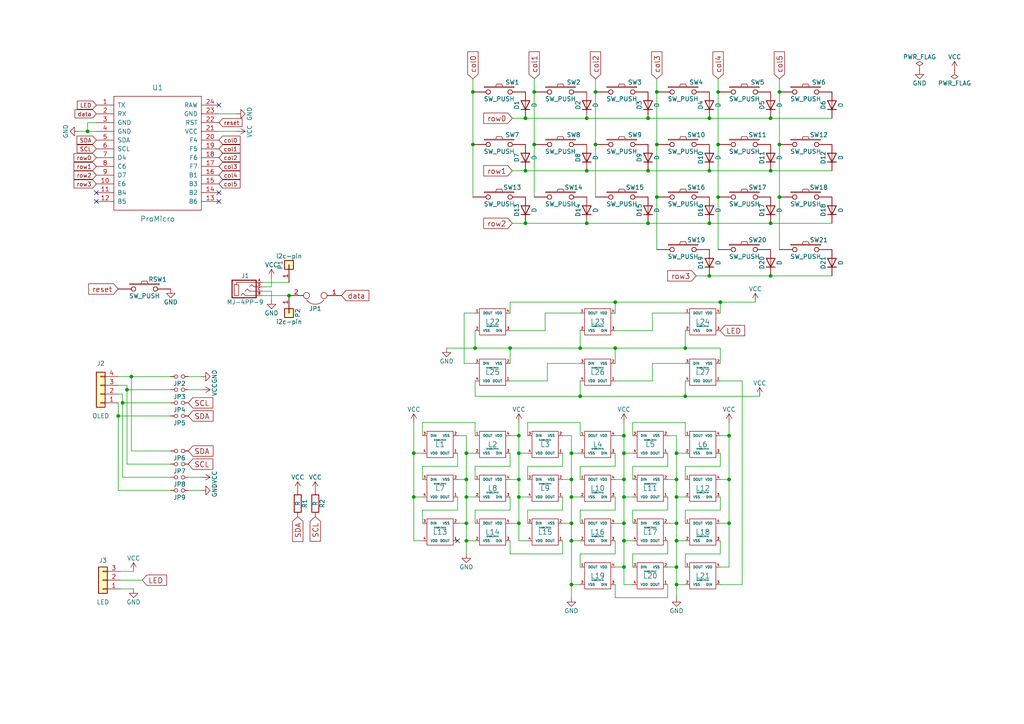
<source format=kicad_sch>
(kicad_sch (version 20211123) (generator eeschema)
  (paper "A4")
  (title_block (title "Corne Chocolate") (date "2018-11-16") (rev "2.0") (company "foostan"))
  (junction (at 205.74 34.29))
  (junction (at 165.735 144.145))
  (junction (at 120.015 144.145))
  (junction (at 170.18 64.77))
  (junction (at 205.74 80.01))
  (junction (at 226.06 26.67))
  (junction (at 196.215 169.545))
  (junction (at 211.455 139.065))
  (junction (at 36.83 113.03))
  (junction (at 172.72 26.67))
  (junction (at 25.4 38.1))
  (junction (at 208.28 26.67))
  (junction (at 154.94 41.91))
  (junction (at 198.755 114.935))
  (junction (at 198.755 100.965))
  (junction (at 211.455 151.765))
  (junction (at 152.4 34.29))
  (junction (at 35.56 116.84))
  (junction (at 196.215 131.445))
  (junction (at 180.975 144.145))
  (junction (at 165.735 169.545))
  (junction (at 150.495 144.145))
  (junction (at 196.215 151.765))
  (junction (at 178.435 87.63))
  (junction (at 208.28 57.15))
  (junction (at 180.975 139.065))
  (junction (at 152.4 64.77))
  (junction (at 165.735 139.065))
  (junction (at 135.255 151.765))
  (junction (at 150.495 139.065))
  (junction (at 120.015 131.445))
  (junction (at 135.255 144.145))
  (junction (at 150.495 151.765))
  (junction (at 135.255 156.845))
  (junction (at 208.28 41.91))
  (junction (at 168.275 100.965))
  (junction (at 137.16 41.91))
  (junction (at 187.96 49.53))
  (junction (at 226.06 57.15))
  (junction (at 180.975 156.845))
  (junction (at 135.255 139.065))
  (junction (at 196.215 164.465))
  (junction (at 187.96 34.29))
  (junction (at 190.5 26.67))
  (junction (at 165.735 131.445))
  (junction (at 190.5 57.15))
  (junction (at 211.455 126.365))
  (junction (at 137.16 26.67))
  (junction (at 147.955 100.965))
  (junction (at 152.4 49.53))
  (junction (at 196.215 156.845))
  (junction (at 168.275 114.935))
  (junction (at 180.975 131.445))
  (junction (at 34.29 120.65))
  (junction (at 165.735 151.765))
  (junction (at 223.52 49.53))
  (junction (at 165.735 156.845))
  (junction (at 196.215 139.065))
  (junction (at 223.52 80.01))
  (junction (at 170.18 49.53))
  (junction (at 223.52 34.29))
  (junction (at 38.1 109.22))
  (junction (at 180.975 151.765))
  (junction (at 205.74 64.77))
  (junction (at 137.795 100.965))
  (junction (at 154.94 26.67))
  (junction (at 187.96 64.77))
  (junction (at 170.18 34.29))
  (junction (at 196.215 144.145))
  (junction (at 226.06 41.91))
  (junction (at 150.495 131.445))
  (junction (at 208.915 87.63))
  (junction (at 223.52 64.77))
  (junction (at 190.5 41.91))
  (junction (at 180.975 126.365))
  (junction (at 135.255 131.445))
  (junction (at 83.82 85.725))
  (junction (at 178.435 100.965))
  (junction (at 205.74 49.53))
  (junction (at 150.495 126.365))
  (junction (at 180.975 164.465))
  (junction (at 172.72 41.91))
  (no_connect (at 27.94 55.88))
  (no_connect (at 63.5 30.48))
  (no_connect (at 132.715 156.845))
  (no_connect (at 27.94 58.42))
  (no_connect (at 63.5 58.42))
  (no_connect (at 63.5 55.88))
  (wire (pts (xy 190.5 41.91) (xy 190.5 57.15)))
  (wire (pts (xy 183.515 151.765) (xy 183.515 147.955)))
  (wire (pts (xy 208.915 151.765) (xy 211.455 151.765)))
  (wire (pts (xy 153.035 151.765) (xy 153.035 147.955)))
  (wire (pts (xy 183.515 122.555) (xy 183.515 126.365)))
  (wire (pts (xy 27.94 35.56) (xy 25.4 35.56)))
  (wire (pts (xy 34.29 109.22) (xy 38.1 109.22)))
  (wire (pts (xy 193.675 164.465) (xy 196.215 164.465)))
  (wire (pts (xy 49.53 116.84) (xy 35.56 116.84)))
  (wire (pts (xy 208.915 110.49) (xy 215.265 110.49)))
  (wire (pts (xy 168.275 156.845) (xy 165.735 156.845)))
  (wire (pts (xy 196.215 151.765) (xy 196.215 156.845)))
  (wire (pts (xy 137.16 26.67) (xy 137.16 41.91)))
  (wire (pts (xy 187.96 34.29) (xy 205.74 34.29)))
  (wire (pts (xy 208.915 135.255) (xy 208.915 131.445)))
  (wire (pts (xy 196.215 139.065) (xy 196.215 144.145)))
  (wire (pts (xy 54.61 138.43) (xy 58.42 138.43)))
  (wire (pts (xy 205.74 80.01) (xy 223.52 80.01)))
  (wire (pts (xy 226.06 57.15) (xy 226.06 72.39)))
  (wire (pts (xy 137.795 114.935) (xy 168.275 114.935)))
  (wire (pts (xy 134.62 105.41) (xy 137.795 105.41)))
  (wire (pts (xy 198.755 122.555) (xy 183.515 122.555)))
  (wire (pts (xy 153.035 147.955) (xy 163.195 147.955)))
  (wire (pts (xy 180.975 144.145) (xy 183.515 144.145)))
  (wire (pts (xy 153.035 135.255) (xy 163.195 135.255)))
  (wire (pts (xy 170.18 64.77) (xy 187.96 64.77)))
  (wire (pts (xy 137.16 41.91) (xy 137.16 57.15)))
  (wire (pts (xy 147.955 87.63) (xy 178.435 87.63)))
  (wire (pts (xy 226.06 41.91) (xy 226.06 57.15)))
  (wire (pts (xy 132.715 147.955) (xy 132.715 144.145)))
  (wire (pts (xy 180.975 164.465) (xy 180.975 169.545)))
  (wire (pts (xy 178.435 87.63) (xy 208.915 87.63)))
  (wire (pts (xy 154.94 22.86) (xy 154.94 26.67)))
  (wire (pts (xy 178.435 151.765) (xy 180.975 151.765)))
  (wire (pts (xy 168.275 147.955) (xy 178.435 147.955)))
  (wire (pts (xy 54.61 113.03) (xy 58.42 113.03)))
  (wire (pts (xy 180.975 151.765) (xy 180.975 156.845)))
  (wire (pts (xy 49.53 120.65) (xy 34.29 120.65)))
  (wire (pts (xy 147.955 147.955) (xy 147.955 144.145)))
  (wire (pts (xy 63.5 33.02) (xy 68.58 33.02)))
  (wire (pts (xy 147.955 135.255) (xy 147.955 131.445)))
  (wire (pts (xy 180.975 156.845) (xy 180.975 164.465)))
  (wire (pts (xy 193.675 139.065) (xy 196.215 139.065)))
  (wire (pts (xy 147.955 151.765) (xy 150.495 151.765)))
  (wire (pts (xy 211.455 151.765) (xy 211.455 164.465)))
  (wire (pts (xy 208.915 126.365) (xy 211.455 126.365)))
  (wire (pts (xy 215.265 110.49) (xy 215.265 169.545)))
  (wire (pts (xy 168.275 100.965) (xy 178.435 100.965)))
  (wire (pts (xy 208.915 147.955) (xy 208.915 144.145)))
  (wire (pts (xy 147.955 126.365) (xy 150.495 126.365)))
  (wire (pts (xy 211.455 139.065) (xy 211.455 151.765)))
  (wire (pts (xy 63.5 38.1) (xy 68.58 38.1)))
  (wire (pts (xy 223.52 34.29) (xy 241.3 34.29)))
  (wire (pts (xy 180.975 122.555) (xy 180.975 126.365)))
  (wire (pts (xy 193.675 151.765) (xy 196.215 151.765)))
  (wire (pts (xy 36.83 111.76) (xy 36.83 113.03)))
  (wire (pts (xy 54.61 109.22) (xy 58.42 109.22)))
  (wire (pts (xy 193.675 173.355) (xy 178.435 173.355)))
  (wire (pts (xy 198.755 156.845) (xy 196.215 156.845)))
  (wire (pts (xy 180.975 156.845) (xy 183.515 156.845)))
  (wire (pts (xy 180.975 126.365) (xy 180.975 131.445)))
  (wire (pts (xy 189.23 105.41) (xy 198.755 105.41)))
  (wire (pts (xy 208.28 41.91) (xy 208.28 57.15)))
  (wire (pts (xy 223.52 64.77) (xy 241.3 64.77)))
  (wire (pts (xy 76.2 84.455) (xy 78.74 84.455)))
  (wire (pts (xy 34.29 114.3) (xy 35.56 114.3)))
  (wire (pts (xy 148.59 49.53) (xy 152.4 49.53)))
  (wire (pts (xy 120.015 131.445) (xy 120.015 144.145)))
  (wire (pts (xy 120.015 122.555) (xy 120.015 131.445)))
  (wire (pts (xy 178.435 147.955) (xy 178.435 144.145)))
  (wire (pts (xy 35.56 114.3) (xy 35.56 116.84)))
  (wire (pts (xy 183.515 164.465) (xy 183.515 160.655)))
  (wire (pts (xy 154.94 41.91) (xy 154.94 57.15)))
  (wire (pts (xy 198.755 135.255) (xy 208.915 135.255)))
  (wire (pts (xy 132.715 139.065) (xy 135.255 139.065)))
  (wire (pts (xy 198.755 126.365) (xy 198.755 122.555)))
  (wire (pts (xy 168.275 169.545) (xy 165.735 169.545)))
  (wire (pts (xy 178.435 164.465) (xy 180.975 164.465)))
  (wire (pts (xy 208.28 22.86) (xy 208.28 26.67)))
  (wire (pts (xy 168.275 131.445) (xy 165.735 131.445)))
  (wire (pts (xy 223.52 80.01) (xy 241.3 80.01)))
  (wire (pts (xy 187.96 64.77) (xy 205.74 64.77)))
  (wire (pts (xy 178.435 105.41) (xy 178.435 100.965)))
  (wire (pts (xy 190.5 57.15) (xy 190.5 72.39)))
  (wire (pts (xy 137.795 135.255) (xy 147.955 135.255)))
  (wire (pts (xy 76.2 83.185) (xy 78.74 83.185)))
  (wire (pts (xy 36.83 113.03) (xy 36.83 134.62)))
  (wire (pts (xy 76.2 81.915) (xy 83.82 81.915)))
  (wire (pts (xy 223.52 49.53) (xy 241.3 49.53)))
  (wire (pts (xy 193.675 169.545) (xy 193.675 173.355)))
  (wire (pts (xy 180.975 144.145) (xy 180.975 151.765)))
  (wire (pts (xy 163.195 139.065) (xy 165.735 139.065)))
  (wire (pts (xy 189.23 110.49) (xy 189.23 105.41)))
  (wire (pts (xy 147.955 90.805) (xy 147.955 87.63)))
  (wire (pts (xy 150.495 156.845) (xy 153.035 156.845)))
  (wire (pts (xy 38.1 109.22) (xy 38.1 130.81)))
  (wire (pts (xy 137.795 151.765) (xy 137.795 147.955)))
  (wire (pts (xy 198.755 139.065) (xy 198.755 135.255)))
  (wire (pts (xy 198.755 131.445) (xy 196.215 131.445)))
  (wire (pts (xy 190.5 26.67) (xy 190.5 41.91)))
  (wire (pts (xy 172.72 22.86) (xy 172.72 26.67)))
  (wire (pts (xy 178.435 160.655) (xy 178.435 156.845)))
  (wire (pts (xy 183.515 139.065) (xy 183.515 135.255)))
  (wire (pts (xy 170.18 49.53) (xy 187.96 49.53)))
  (wire (pts (xy 158.75 105.41) (xy 168.275 105.41)))
  (wire (pts (xy 198.755 144.145) (xy 196.215 144.145)))
  (wire (pts (xy 226.06 22.86) (xy 226.06 26.67)))
  (wire (pts (xy 208.915 87.63) (xy 219.075 87.63)))
  (wire (pts (xy 135.255 151.765) (xy 135.255 156.845)))
  (wire (pts (xy 147.955 100.965) (xy 168.275 100.965)))
  (wire (pts (xy 196.215 131.445) (xy 196.215 139.065)))
  (wire (pts (xy 178.435 90.805) (xy 178.435 87.63)))
  (wire (pts (xy 153.035 144.145) (xy 150.495 144.145)))
  (wire (pts (xy 147.955 105.41) (xy 147.955 100.965)))
  (wire (pts (xy 180.975 139.065) (xy 180.975 144.145)))
  (wire (pts (xy 211.455 164.465) (xy 208.915 164.465)))
  (wire (pts (xy 178.435 135.255) (xy 178.435 131.445)))
  (wire (pts (xy 208.915 139.065) (xy 211.455 139.065)))
  (wire (pts (xy 208.915 100.965) (xy 208.915 105.41)))
  (wire (pts (xy 135.255 139.065) (xy 135.255 144.145)))
  (wire (pts (xy 165.735 126.365) (xy 165.735 131.445)))
  (wire (pts (xy 178.435 139.065) (xy 180.975 139.065)))
  (wire (pts (xy 180.975 131.445) (xy 180.975 139.065)))
  (wire (pts (xy 154.94 26.67) (xy 154.94 41.91)))
  (wire (pts (xy 137.795 147.955) (xy 147.955 147.955)))
  (wire (pts (xy 198.755 114.935) (xy 220.345 114.935)))
  (wire (pts (xy 187.96 49.53) (xy 205.74 49.53)))
  (wire (pts (xy 150.495 139.065) (xy 150.495 144.145)))
  (wire (pts (xy 137.795 139.065) (xy 137.795 135.255)))
  (wire (pts (xy 193.675 126.365) (xy 196.215 126.365)))
  (wire (pts (xy 34.29 116.84) (xy 34.29 120.65)))
  (wire (pts (xy 168.275 139.065) (xy 168.275 135.255)))
  (wire (pts (xy 163.195 156.845) (xy 163.195 160.655)))
  (wire (pts (xy 205.74 49.53) (xy 223.52 49.53)))
  (wire (pts (xy 38.1 109.22) (xy 49.53 109.22)))
  (wire (pts (xy 25.4 35.56) (xy 25.4 38.1)))
  (wire (pts (xy 137.795 110.49) (xy 137.795 114.935)))
  (wire (pts (xy 196.215 126.365) (xy 196.215 131.445)))
  (wire (pts (xy 208.915 160.655) (xy 208.915 156.845)))
  (wire (pts (xy 183.515 147.955) (xy 193.675 147.955)))
  (wire (pts (xy 150.495 144.145) (xy 150.495 151.765)))
  (wire (pts (xy 158.75 110.49) (xy 158.75 105.41)))
  (wire (pts (xy 201.93 80.01) (xy 205.74 80.01)))
  (wire (pts (xy 122.555 139.065) (xy 122.555 135.255)))
  (wire (pts (xy 135.255 131.445) (xy 135.255 139.065)))
  (wire (pts (xy 165.735 151.765) (xy 165.735 156.845)))
  (wire (pts (xy 158.115 90.805) (xy 158.115 95.885)))
  (wire (pts (xy 120.015 156.845) (xy 122.555 156.845)))
  (wire (pts (xy 135.255 126.365) (xy 135.255 131.445)))
  (wire (pts (xy 196.215 144.145) (xy 196.215 151.765)))
  (wire (pts (xy 215.265 169.545) (xy 208.915 169.545)))
  (wire (pts (xy 178.435 126.365) (xy 180.975 126.365)))
  (wire (pts (xy 190.5 22.86) (xy 190.5 26.67)))
  (wire (pts (xy 211.455 122.555) (xy 211.455 126.365)))
  (wire (pts (xy 208.28 57.15) (xy 208.28 72.39)))
  (wire (pts (xy 148.59 64.77) (xy 152.4 64.77)))
  (wire (pts (xy 168.275 126.365) (xy 168.275 122.555)))
  (wire (pts (xy 129.54 100.965) (xy 137.795 100.965)))
  (wire (pts (xy 198.755 90.805) (xy 189.23 90.805)))
  (wire (pts (xy 165.735 156.845) (xy 165.735 169.545)))
  (wire (pts (xy 137.795 100.965) (xy 147.955 100.965)))
  (wire (pts (xy 163.195 135.255) (xy 163.195 131.445)))
  (wire (pts (xy 120.015 144.145) (xy 120.015 156.845)))
  (wire (pts (xy 226.06 26.67) (xy 226.06 41.91)))
  (wire (pts (xy 183.515 160.655) (xy 193.675 160.655)))
  (wire (pts (xy 137.795 122.555) (xy 122.555 122.555)))
  (wire (pts (xy 168.275 135.255) (xy 178.435 135.255)))
  (wire (pts (xy 168.275 160.655) (xy 178.435 160.655)))
  (wire (pts (xy 170.18 34.29) (xy 187.96 34.29)))
  (wire (pts (xy 137.795 131.445) (xy 135.255 131.445)))
  (wire (pts (xy 165.735 131.445) (xy 165.735 139.065)))
  (wire (pts (xy 34.925 165.735) (xy 38.735 165.735)))
  (wire (pts (xy 198.755 164.465) (xy 198.755 160.655)))
  (wire (pts (xy 172.72 41.91) (xy 172.72 57.15)))
  (wire (pts (xy 178.435 173.355) (xy 178.435 169.545)))
  (wire (pts (xy 153.035 131.445) (xy 150.495 131.445)))
  (wire (pts (xy 163.195 151.765) (xy 165.735 151.765)))
  (wire (pts (xy 76.2 85.725) (xy 83.82 85.725)))
  (wire (pts (xy 172.72 26.67) (xy 172.72 41.91)))
  (wire (pts (xy 193.675 147.955) (xy 193.675 144.145)))
  (wire (pts (xy 168.275 164.465) (xy 168.275 160.655)))
  (wire (pts (xy 196.215 164.465) (xy 196.215 169.545)))
  (wire (pts (xy 158.115 95.885) (xy 147.955 95.885)))
  (wire (pts (xy 165.735 169.545) (xy 165.735 173.355)))
  (wire (pts (xy 196.215 169.545) (xy 196.215 173.355)))
  (wire (pts (xy 178.435 110.49) (xy 189.23 110.49)))
  (wire (pts (xy 150.495 151.765) (xy 150.495 156.845)))
  (wire (pts (xy 122.555 122.555) (xy 122.555 126.365)))
  (wire (pts (xy 49.53 113.03) (xy 36.83 113.03)))
  (wire (pts (xy 198.755 169.545) (xy 196.215 169.545)))
  (wire (pts (xy 165.735 139.065) (xy 165.735 144.145)))
  (wire (pts (xy 168.275 95.885) (xy 168.275 100.965)))
  (wire (pts (xy 198.755 151.765) (xy 198.755 147.955)))
  (wire (pts (xy 34.29 111.76) (xy 36.83 111.76)))
  (wire (pts (xy 205.74 64.77) (xy 223.52 64.77)))
  (wire (pts (xy 153.035 139.065) (xy 153.035 135.255)))
  (wire (pts (xy 152.4 34.29) (xy 170.18 34.29)))
  (wire (pts (xy 196.215 156.845) (xy 196.215 164.465)))
  (wire (pts (xy 178.435 100.965) (xy 198.755 100.965)))
  (wire (pts (xy 122.555 147.955) (xy 132.715 147.955)))
  (wire (pts (xy 137.795 90.805) (xy 134.62 90.805)))
  (wire (pts (xy 78.74 84.455) (xy 78.74 86.995)))
  (wire (pts (xy 150.495 126.365) (xy 150.495 131.445)))
  (wire (pts (xy 168.275 151.765) (xy 168.275 147.955)))
  (wire (pts (xy 34.29 142.24) (xy 49.53 142.24)))
  (wire (pts (xy 122.555 135.255) (xy 132.715 135.255)))
  (wire (pts (xy 22.86 38.1) (xy 25.4 38.1)))
  (wire (pts (xy 168.275 90.805) (xy 158.115 90.805)))
  (wire (pts (xy 135.255 144.145) (xy 135.255 151.765)))
  (wire (pts (xy 38.1 130.81) (xy 49.53 130.81)))
  (wire (pts (xy 148.59 34.29) (xy 152.4 34.29)))
  (wire (pts (xy 153.035 122.555) (xy 153.035 126.365)))
  (wire (pts (xy 163.195 147.955) (xy 163.195 144.145)))
  (wire (pts (xy 132.715 126.365) (xy 135.255 126.365)))
  (wire (pts (xy 152.4 49.53) (xy 170.18 49.53)))
  (wire (pts (xy 150.495 122.555) (xy 150.495 126.365)))
  (wire (pts (xy 168.275 110.49) (xy 168.275 114.935)))
  (wire (pts (xy 208.28 26.67) (xy 208.28 41.91)))
  (wire (pts (xy 180.975 131.445) (xy 183.515 131.445)))
  (wire (pts (xy 137.795 156.845) (xy 135.255 156.845)))
  (wire (pts (xy 208.915 90.805) (xy 208.915 87.63)))
  (wire (pts (xy 34.29 120.65) (xy 34.29 142.24)))
  (wire (pts (xy 54.61 142.24) (xy 58.42 142.24)))
  (wire (pts (xy 189.23 95.885) (xy 178.435 95.885)))
  (wire (pts (xy 137.795 144.145) (xy 135.255 144.145)))
  (wire (pts (xy 168.275 114.935) (xy 198.755 114.935)))
  (wire (pts (xy 137.16 22.86) (xy 137.16 26.67)))
  (wire (pts (xy 122.555 151.765) (xy 122.555 147.955)))
  (wire (pts (xy 135.255 156.845) (xy 135.255 160.655)))
  (wire (pts (xy 147.955 160.655) (xy 147.955 156.845)))
  (wire (pts (xy 34.925 168.275) (xy 41.275 168.275)))
  (wire (pts (xy 165.735 144.145) (xy 165.735 151.765)))
  (wire (pts (xy 198.755 147.955) (xy 208.915 147.955)))
  (wire (pts (xy 147.955 110.49) (xy 158.75 110.49)))
  (wire (pts (xy 193.675 135.255) (xy 193.675 131.445)))
  (wire (pts (xy 78.74 83.185) (xy 78.74 80.645)))
  (wire (pts (xy 137.795 95.885) (xy 137.795 100.965)))
  (wire (pts (xy 163.195 126.365) (xy 165.735 126.365)))
  (wire (pts (xy 150.495 131.445) (xy 150.495 139.065)))
  (wire (pts (xy 25.4 38.1) (xy 27.94 38.1)))
  (wire (pts (xy 122.555 144.145) (xy 120.015 144.145)))
  (wire (pts (xy 137.795 126.365) (xy 137.795 122.555)))
  (wire (pts (xy 205.74 34.29) (xy 223.52 34.29)))
  (wire (pts (xy 198.755 110.49) (xy 198.755 114.935)))
  (wire (pts (xy 198.755 95.885) (xy 198.755 100.965)))
  (wire (pts (xy 36.83 134.62) (xy 49.53 134.62)))
  (wire (pts (xy 183.515 135.255) (xy 193.675 135.255)))
  (wire (pts (xy 132.715 135.255) (xy 132.715 131.445)))
  (wire (pts (xy 198.755 100.965) (xy 208.915 100.965)))
  (wire (pts (xy 132.715 151.765) (xy 135.255 151.765)))
  (wire (pts (xy 134.62 90.805) (xy 134.62 105.41)))
  (wire (pts (xy 193.675 160.655) (xy 193.675 156.845)))
  (wire (pts (xy 163.195 160.655) (xy 147.955 160.655)))
  (wire (pts (xy 152.4 64.77) (xy 170.18 64.77)))
  (wire (pts (xy 168.275 122.555) (xy 153.035 122.555)))
  (wire (pts (xy 198.755 160.655) (xy 208.915 160.655)))
  (wire (pts (xy 147.955 139.065) (xy 150.495 139.065)))
  (wire (pts (xy 35.56 116.84) (xy 35.56 138.43)))
  (wire (pts (xy 211.455 126.365) (xy 211.455 139.065)))
  (wire (pts (xy 168.275 144.145) (xy 165.735 144.145)))
  (wire (pts (xy 34.925 170.815) (xy 38.735 170.815)))
  (wire (pts (xy 35.56 138.43) (xy 49.53 138.43)))
  (wire (pts (xy 189.23 90.805) (xy 189.23 95.885)))
  (wire (pts (xy 122.555 131.445) (xy 120.015 131.445)))
  (wire (pts (xy 180.975 169.545) (xy 183.515 169.545)))
  (global_label "row2" (shape input) (at 148.59 64.77 180) (effects (font (size 1.524 1.524))) (property "Intersheet References" "${INTERSHEET_REFS}" (effects hide)))
  (global_label "col5" (shape input) (at 63.5 53.34 0) (effects (font (size 1.1938 1.1938))) (property "Intersheet References" "${INTERSHEET_REFS}" (effects hide)))
  (global_label "SCL" (shape input) (at 91.44 149.86 270) (effects (font (size 1.524 1.524))) (property "Intersheet References" "${INTERSHEET_REFS}" (effects hide)))
  (global_label "data" (shape input) (at 27.94 33.02 180) (effects (font (size 1.1938 1.1938))) (property "Intersheet References" "${INTERSHEET_REFS}" (effects hide)))
  (global_label "row0" (shape input) (at 148.59 34.29 180) (effects (font (size 1.524 1.524))) (property "Intersheet References" "${INTERSHEET_REFS}" (effects hide)))
  (global_label "SDA" (shape input) (at 54.61 130.81 0) (effects (font (size 1.524 1.524))) (property "Intersheet References" "${INTERSHEET_REFS}" (effects hide)))
  (global_label "col4" (shape input) (at 208.28 22.86 90) (effects (font (size 1.524 1.524))) (property "Intersheet References" "${INTERSHEET_REFS}" (effects hide)))
  (global_label "SDA" (shape input) (at 54.61 120.65 0) (effects (font (size 1.524 1.524))) (property "Intersheet References" "${INTERSHEET_REFS}" (effects hide)))
  (global_label "col2" (shape input) (at 172.72 22.86 90) (effects (font (size 1.524 1.524))) (property "Intersheet References" "${INTERSHEET_REFS}" (effects hide)))
  (global_label "data" (shape input) (at 99.06 85.725 0) (effects (font (size 1.524 1.524))) (property "Intersheet References" "${INTERSHEET_REFS}" (effects hide)))
  (global_label "col5" (shape input) (at 226.06 22.86 90) (effects (font (size 1.524 1.524))) (property "Intersheet References" "${INTERSHEET_REFS}" (effects hide)))
  (global_label "reset" (shape input) (at 34.29 83.82 180) (effects (font (size 1.524 1.524))) (property "Intersheet References" "${INTERSHEET_REFS}" (effects hide)))
  (global_label "row2" (shape input) (at 27.94 50.8 180) (effects (font (size 1.1938 1.1938))) (property "Intersheet References" "${INTERSHEET_REFS}" (effects hide)))
  (global_label "col4" (shape input) (at 63.5 50.8 0) (effects (font (size 1.1938 1.1938))) (property "Intersheet References" "${INTERSHEET_REFS}" (effects hide)))
  (global_label "row3" (shape input) (at 27.94 53.34 180) (effects (font (size 1.1938 1.1938))) (property "Intersheet References" "${INTERSHEET_REFS}" (effects hide)))
  (global_label "row3" (shape input) (at 201.93 80.01 180) (effects (font (size 1.524 1.524))) (property "Intersheet References" "${INTERSHEET_REFS}" (effects hide)))
  (global_label "LED" (shape input) (at 27.94 30.48 180) (effects (font (size 1.1938 1.1938))) (property "Intersheet References" "${INTERSHEET_REFS}" (effects hide)))
  (global_label "SDA" (shape input) (at 86.36 149.86 270) (effects (font (size 1.524 1.524))) (property "Intersheet References" "${INTERSHEET_REFS}" (effects hide)))
  (global_label "col1" (shape input) (at 154.94 22.86 90) (effects (font (size 1.524 1.524))) (property "Intersheet References" "${INTERSHEET_REFS}" (effects hide)))
  (global_label "SCL" (shape input) (at 27.94 43.18 180) (effects (font (size 1.1938 1.1938))) (property "Intersheet References" "${INTERSHEET_REFS}" (effects hide)))
  (global_label "col0" (shape input) (at 137.16 22.86 90) (effects (font (size 1.524 1.524))) (property "Intersheet References" "${INTERSHEET_REFS}" (effects hide)))
  (global_label "SCL" (shape input) (at 54.61 116.84 0) (effects (font (size 1.524 1.524))) (property "Intersheet References" "${INTERSHEET_REFS}" (effects hide)))
  (global_label "col1" (shape input) (at 63.5 43.18 0) (effects (font (size 1.1938 1.1938))) (property "Intersheet References" "${INTERSHEET_REFS}" (effects hide)))
  (global_label "SCL" (shape input) (at 54.61 134.62 0) (effects (font (size 1.524 1.524))) (property "Intersheet References" "${INTERSHEET_REFS}" (effects hide)))
  (global_label "row1" (shape input) (at 148.59 49.53 180) (effects (font (size 1.524 1.524))) (property "Intersheet References" "${INTERSHEET_REFS}" (effects hide)))
  (global_label "reset" (shape input) (at 63.5 35.56 0) (effects (font (size 1.1938 1.1938))) (property "Intersheet References" "${INTERSHEET_REFS}" (effects hide)))
  (global_label "col3" (shape input) (at 63.5 48.26 0) (effects (font (size 1.1938 1.1938))) (property "Intersheet References" "${INTERSHEET_REFS}" (effects hide)))
  (global_label "col2" (shape input) (at 63.5 45.72 0) (effects (font (size 1.1938 1.1938))) (property "Intersheet References" "${INTERSHEET_REFS}" (effects hide)))
  (global_label "LED" (shape input) (at 208.915 95.885 0) (effects (font (size 1.524 1.524))) (property "Intersheet References" "${INTERSHEET_REFS}" (effects hide)))
  (global_label "col0" (shape input) (at 63.5 40.64 0) (effects (font (size 1.1938 1.1938))) (property "Intersheet References" "${INTERSHEET_REFS}" (effects hide)))
  (global_label "LED" (shape input) (at 41.275 168.275 0) (effects (font (size 1.524 1.524))) (property "Intersheet References" "${INTERSHEET_REFS}" (effects hide)))
  (global_label "SDA" (shape input) (at 27.94 40.64 180) (effects (font (size 1.1938 1.1938))) (property "Intersheet References" "${INTERSHEET_REFS}" (effects hide)))
  (global_label "row1" (shape input) (at 27.94 48.26 180) (effects (font (size 1.1938 1.1938))) (property "Intersheet References" "${INTERSHEET_REFS}" (effects hide)))
  (global_label "row0" (shape input) (at 27.94 45.72 180) (effects (font (size 1.1938 1.1938))) (property "Intersheet References" "${INTERSHEET_REFS}" (effects hide)))
  (global_label "col3" (shape input) (at 190.5 22.86 90) (effects (font (size 1.524 1.524))) (property "Intersheet References" "${INTERSHEET_REFS}" (effects hide)))
  (symbol (lib_id "corne-chocolate-rescue:ProMicro-kbd") (at 45.72 49.53 0) (unit 1)
    (property "Reference" "U1" (at 45.72 25.4 0) (effects (font (size 1.524 1.524))))
    (property "Value" "ProMicro" (at 45.72 63.5 0) (effects (font (size 1.524 1.524))))
    (property "Footprint" "kbd:ProMicro_v2" (effects hide))
  )
  (symbol (lib_id "corne-chocolate-rescue:SW_PUSH-kbd") (at 162.56 26.67 0) (unit 1)
    (property "Reference" "SW2" (at 166.37 23.876 0))
    (property "Value" "SW_PUSH" (at 162.56 28.702 0))
    (property "Footprint" "kbd:MX_ALPS_PG1350_noLed" (effects hide))
  )
  (symbol (lib_id "Device:D") (at 170.18 30.48 90) (unit 1)
    (property "Reference" "D2" (at 167.64 30.48 0))
    (property "Value" "D" (at 172.72 30.48 0))
    (property "Footprint" "kbd:D3_TH_SMD" (effects hide))
  )
  (symbol (lib_id "corne-chocolate-rescue:SW_PUSH-kbd") (at 180.34 26.67 0) (unit 1)
    (property "Reference" "SW3" (at 184.15 23.876 0))
    (property "Value" "SW_PUSH" (at 180.34 28.702 0))
    (property "Footprint" "kbd:MX_ALPS_PG1350_noLed" (effects hide))
  )
  (symbol (lib_id "Device:D") (at 187.96 30.48 90) (unit 1)
    (property "Reference" "D3" (at 185.42 30.48 0))
    (property "Value" "D" (at 190.5 30.48 0))
    (property "Footprint" "kbd:D3_TH_SMD" (effects hide))
  )
  (symbol (lib_id "corne-chocolate-rescue:SW_PUSH-kbd") (at 198.12 26.67 0) (unit 1)
    (property "Reference" "SW4" (at 201.93 23.876 0))
    (property "Value" "SW_PUSH" (at 198.12 28.702 0))
    (property "Footprint" "kbd:MX_ALPS_PG1350_noLed" (effects hide))
  )
  (symbol (lib_id "corne-chocolate-rescue:SW_PUSH-kbd") (at 215.9 26.67 0) (unit 1)
    (property "Reference" "SW5" (at 219.71 23.876 0))
    (property "Value" "SW_PUSH" (at 215.9 28.702 0))
    (property "Footprint" "kbd:MX_ALPS_PG1350_noLed" (effects hide))
  )
  (symbol (lib_id "corne-chocolate-rescue:SW_PUSH-kbd") (at 233.68 26.67 0) (unit 1)
    (property "Reference" "SW6" (at 237.49 23.876 0))
    (property "Value" "SW_PUSH" (at 233.68 28.702 0))
    (property "Footprint" "kbd:MX_ALPS_PG1350_noLed" (effects hide))
  )
  (symbol (lib_id "Device:D") (at 205.74 30.48 90) (unit 1)
    (property "Reference" "D4" (at 203.2 30.48 0))
    (property "Value" "D" (at 208.28 30.48 0))
    (property "Footprint" "kbd:D3_TH_SMD" (effects hide))
  )
  (symbol (lib_id "Device:D") (at 223.52 30.48 90) (unit 1)
    (property "Reference" "D5" (at 220.98 30.48 0))
    (property "Value" "D" (at 226.06 30.48 0))
    (property "Footprint" "kbd:D3_TH_SMD" (effects hide))
  )
  (symbol (lib_id "Device:D") (at 241.3 30.48 90) (unit 1)
    (property "Reference" "D6" (at 238.76 30.48 0))
    (property "Value" "D" (at 243.84 30.48 0))
    (property "Footprint" "kbd:D3_TH_SMD" (effects hide))
  )
  (symbol (lib_id "corne-chocolate-rescue:SW_PUSH-kbd") (at 144.78 26.67 0) (unit 1)
    (property "Reference" "SW1" (at 148.59 23.876 0))
    (property "Value" "SW_PUSH" (at 144.78 28.702 0))
    (property "Footprint" "kbd:MX_ALPS_PG1350_noLed" (effects hide))
  )
  (symbol (lib_id "Device:D") (at 152.4 30.48 90) (unit 1)
    (property "Reference" "D1" (at 149.86 30.48 0))
    (property "Value" "D" (at 154.94 30.48 0))
    (property "Footprint" "kbd:D3_TH_SMD" (effects hide))
  )
  (symbol (lib_id "corne-chocolate-rescue:SW_PUSH-kbd") (at 162.56 41.91 0) (unit 1)
    (property "Reference" "SW8" (at 166.37 39.116 0))
    (property "Value" "SW_PUSH" (at 162.56 43.942 0))
    (property "Footprint" "kbd:MX_ALPS_PG1350_noLed" (effects hide))
  )
  (symbol (lib_id "Device:D") (at 170.18 45.72 90) (unit 1)
    (property "Reference" "D8" (at 167.64 45.72 0))
    (property "Value" "D" (at 172.72 45.72 0))
    (property "Footprint" "kbd:D3_TH_SMD" (effects hide))
  )
  (symbol (lib_id "corne-chocolate-rescue:SW_PUSH-kbd") (at 180.34 41.91 0) (unit 1)
    (property "Reference" "SW9" (at 184.15 39.116 0))
    (property "Value" "SW_PUSH" (at 180.34 43.942 0))
    (property "Footprint" "kbd:MX_ALPS_PG1350_noLed" (effects hide))
  )
  (symbol (lib_id "Device:D") (at 187.96 45.72 90) (unit 1)
    (property "Reference" "D9" (at 185.42 45.72 0))
    (property "Value" "D" (at 190.5 45.72 0))
    (property "Footprint" "kbd:D3_TH_SMD" (effects hide))
  )
  (symbol (lib_id "corne-chocolate-rescue:SW_PUSH-kbd") (at 198.12 41.91 0) (unit 1)
    (property "Reference" "SW10" (at 201.93 39.116 0))
    (property "Value" "SW_PUSH" (at 198.12 43.942 0))
    (property "Footprint" "kbd:MX_ALPS_PG1350_noLed" (effects hide))
  )
  (symbol (lib_id "corne-chocolate-rescue:SW_PUSH-kbd") (at 215.9 41.91 0) (unit 1)
    (property "Reference" "SW11" (at 219.71 39.116 0))
    (property "Value" "SW_PUSH" (at 215.9 43.942 0))
    (property "Footprint" "kbd:MX_ALPS_PG1350_noLed" (effects hide))
  )
  (symbol (lib_id "corne-chocolate-rescue:SW_PUSH-kbd") (at 233.68 41.91 0) (unit 1)
    (property "Reference" "SW12" (at 237.49 39.116 0))
    (property "Value" "SW_PUSH" (at 233.68 43.942 0))
    (property "Footprint" "kbd:MX_ALPS_PG1350_noLed" (effects hide))
  )
  (symbol (lib_id "Device:D") (at 205.74 45.72 90) (unit 1)
    (property "Reference" "D10" (at 203.2 45.72 0))
    (property "Value" "D" (at 208.28 45.72 0))
    (property "Footprint" "kbd:D3_TH_SMD" (effects hide))
  )
  (symbol (lib_id "Device:D") (at 223.52 45.72 90) (unit 1)
    (property "Reference" "D11" (at 220.98 45.72 0))
    (property "Value" "D" (at 226.06 45.72 0))
    (property "Footprint" "kbd:D3_TH_SMD" (effects hide))
  )
  (symbol (lib_id "Device:D") (at 241.3 45.72 90) (unit 1)
    (property "Reference" "D12" (at 238.76 45.72 0))
    (property "Value" "D" (at 243.84 45.72 0))
    (property "Footprint" "kbd:D3_TH_SMD" (effects hide))
  )
  (symbol (lib_id "corne-chocolate-rescue:SW_PUSH-kbd") (at 144.78 41.91 0) (unit 1)
    (property "Reference" "SW7" (at 148.59 39.116 0))
    (property "Value" "SW_PUSH" (at 144.78 43.942 0))
    (property "Footprint" "kbd:MX_ALPS_PG1350_noLed" (effects hide))
  )
  (symbol (lib_id "Device:D") (at 152.4 45.72 90) (unit 1)
    (property "Reference" "D7" (at 149.86 45.72 0))
    (property "Value" "D" (at 154.94 45.72 0))
    (property "Footprint" "kbd:D3_TH_SMD" (effects hide))
  )
  (symbol (lib_id "corne-chocolate-rescue:SW_PUSH-kbd") (at 162.56 57.15 0) (unit 1)
    (property "Reference" "SW14" (at 166.37 54.356 0))
    (property "Value" "SW_PUSH" (at 162.56 59.182 0))
    (property "Footprint" "kbd:MX_ALPS_PG1350_noLed" (effects hide))
  )
  (symbol (lib_id "Device:D") (at 170.18 60.96 90) (unit 1)
    (property "Reference" "D14" (at 167.64 60.96 0))
    (property "Value" "D" (at 172.72 60.96 0))
    (property "Footprint" "kbd:D3_TH_SMD" (effects hide))
  )
  (symbol (lib_id "corne-chocolate-rescue:SW_PUSH-kbd") (at 180.34 57.15 0) (unit 1)
    (property "Reference" "SW15" (at 184.15 54.356 0))
    (property "Value" "SW_PUSH" (at 180.34 59.182 0))
    (property "Footprint" "kbd:MX_ALPS_PG1350_noLed" (effects hide))
  )
  (symbol (lib_id "Device:D") (at 187.96 60.96 90) (unit 1)
    (property "Reference" "D15" (at 185.42 60.96 0))
    (property "Value" "D" (at 190.5 60.96 0))
    (property "Footprint" "kbd:D3_TH_SMD" (effects hide))
  )
  (symbol (lib_id "corne-chocolate-rescue:SW_PUSH-kbd") (at 198.12 57.15 0) (unit 1)
    (property "Reference" "SW16" (at 201.93 54.356 0))
    (property "Value" "SW_PUSH" (at 198.12 59.182 0))
    (property "Footprint" "kbd:MX_ALPS_PG1350_noLed" (effects hide))
  )
  (symbol (lib_id "corne-chocolate-rescue:SW_PUSH-kbd") (at 215.9 57.15 0) (unit 1)
    (property "Reference" "SW17" (at 219.71 54.356 0))
    (property "Value" "SW_PUSH" (at 215.9 59.182 0))
    (property "Footprint" "kbd:MX_ALPS_PG1350_noLed" (effects hide))
  )
  (symbol (lib_id "corne-chocolate-rescue:SW_PUSH-kbd") (at 233.68 57.15 0) (unit 1)
    (property "Reference" "SW18" (at 237.49 54.356 0))
    (property "Value" "SW_PUSH" (at 233.68 59.182 0))
    (property "Footprint" "kbd:MX_ALPS_PG1350_noLed" (effects hide))
  )
  (symbol (lib_id "Device:D") (at 205.74 60.96 90) (unit 1)
    (property "Reference" "D16" (at 203.2 60.96 0))
    (property "Value" "D" (at 208.28 60.96 0))
    (property "Footprint" "kbd:D3_TH_SMD" (effects hide))
  )
  (symbol (lib_id "Device:D") (at 223.52 60.96 90) (unit 1)
    (property "Reference" "D17" (at 220.98 60.96 0))
    (property "Value" "D" (at 226.06 60.96 0))
    (property "Footprint" "kbd:D3_TH_SMD" (effects hide))
  )
  (symbol (lib_id "Device:D") (at 241.3 60.96 90) (unit 1)
    (property "Reference" "D18" (at 238.76 60.96 0))
    (property "Value" "D" (at 243.84 60.96 0))
    (property "Footprint" "kbd:D3_TH_SMD" (effects hide))
  )
  (symbol (lib_id "corne-chocolate-rescue:SW_PUSH-kbd") (at 144.78 57.15 0) (unit 1)
    (property "Reference" "SW13" (at 148.59 54.356 0))
    (property "Value" "SW_PUSH" (at 144.78 59.182 0))
    (property "Footprint" "kbd:MX_ALPS_PG1350_noLed" (effects hide))
  )
  (symbol (lib_id "Device:D") (at 152.4 60.96 90) (unit 1)
    (property "Reference" "D13" (at 149.86 60.96 0))
    (property "Value" "D" (at 154.94 60.96 0))
    (property "Footprint" "kbd:D3_TH_SMD" (effects hide))
  )
  (symbol (lib_id "corne-chocolate-rescue:SW_PUSH-kbd") (at 215.9 72.39 0) (unit 1)
    (property "Reference" "SW20" (at 219.71 69.596 0))
    (property "Value" "SW_PUSH" (at 215.9 74.422 0))
    (property "Footprint" "kbd:MX_ALPS_PG1350_noLed" (effects hide))
  )
  (symbol (lib_id "Device:D") (at 223.52 76.2 90) (unit 1)
    (property "Reference" "D20" (at 220.98 76.2 0))
    (property "Value" "D" (at 226.06 76.2 0))
    (property "Footprint" "kbd:D3_TH_SMD" (effects hide))
  )
  (symbol (lib_id "corne-chocolate-rescue:SW_PUSH-kbd") (at 233.68 72.39 0) (unit 1)
    (property "Reference" "SW21" (at 237.49 69.596 0))
    (property "Value" "SW_PUSH" (at 233.68 74.422 0))
    (property "Footprint" "kbd:MX_ALPS_PG1350_noLed_1.75u" (effects hide))
  )
  (symbol (lib_id "Device:D") (at 241.3 76.2 90) (unit 1)
    (property "Reference" "D21" (at 238.76 76.2 0))
    (property "Value" "D" (at 243.84 76.2 0))
    (property "Footprint" "kbd:D3_TH_SMD" (effects hide))
  )
  (symbol (lib_id "corne-chocolate-rescue:SW_PUSH-kbd") (at 198.12 72.39 0) (unit 1)
    (property "Reference" "SW19" (at 201.93 69.596 0))
    (property "Value" "SW_PUSH" (at 198.12 74.422 0))
    (property "Footprint" "kbd:MX_ALPS_PG1350_noLed" (effects hide))
  )
  (symbol (lib_id "Device:D") (at 205.74 76.2 90) (unit 1)
    (property "Reference" "D19" (at 203.2 76.2 0))
    (property "Value" "D" (at 208.28 76.2 0))
    (property "Footprint" "kbd:D3_TH_SMD" (effects hide))
  )
  (symbol (lib_id "power:GND") (at 68.58 33.02 90) (unit 1)
    (property "Reference" "#PWR01" (effects hide))
    (property "Value" "GND" (at 72.39 33.02 0))
  )
  (symbol (lib_id "power:VCC") (at 68.58 38.1 270) (unit 1)
    (property "Reference" "#PWR023" (effects hide))
    (property "Value" "VCC" (at 72.39 38.1 0))
  )
  (symbol (lib_id "power:GND") (at 22.86 38.1 270) (unit 1)
    (property "Reference" "#PWR02" (effects hide))
    (property "Value" "GND" (at 19.05 38.1 0))
  )
  (symbol (lib_id "power:GND") (at 266.7 20.32 0) (unit 1)
    (property "Reference" "#PWR03" (effects hide))
    (property "Value" "GND" (at 266.7 24.13 0))
  )
  (symbol (lib_id "power:VCC") (at 276.86 20.32 0) (unit 1)
    (property "Reference" "#PWR04" (effects hide))
    (property "Value" "VCC" (at 276.86 16.51 0))
  )
  (symbol (lib_id "power:PWR_FLAG") (at 276.86 20.32 180) (unit 1)
    (property "Reference" "#FLG05" (effects hide))
    (property "Value" "PWR_FLAG" (at 276.86 24.13 0))
  )
  (symbol (lib_id "power:PWR_FLAG") (at 266.7 20.32 0) (unit 1)
    (property "Reference" "#FLG06" (effects hide))
    (property "Value" "PWR_FLAG" (at 266.7 16.51 0))
  )
  (symbol (lib_id "corne-chocolate-rescue:SW_PUSH-kbd") (at 41.91 83.82 0) (unit 1)
    (property "Reference" "RSW1" (at 45.72 81.026 0))
    (property "Value" "SW_PUSH" (at 41.91 85.852 0))
    (property "Footprint" "kbd:ResetSW" (effects hide))
  )
  (symbol (lib_id "power:GND") (at 49.53 83.82 0) (unit 1)
    (property "Reference" "#PWR07" (effects hide))
    (property "Value" "GND" (at 49.53 87.63 0))
  )
  (symbol (lib_id "corne-chocolate-rescue:Jumper-Device") (at 91.44 85.725 180) (unit 1)
    (property "Reference" "JP1" (at 91.44 89.535 0))
    (property "Value" " " (at 91.44 83.693 0))
    (property "Footprint" "kbd:JPC2" (effects hide))
  )
  (symbol (lib_id "power:VCC") (at 78.74 80.645 0) (unit 1)
    (property "Reference" "#PWR08" (effects hide))
    (property "Value" "VCC" (at 78.74 76.835 0))
  )
  (symbol (lib_id "power:GND") (at 78.74 86.995 0) (unit 1)
    (property "Reference" "#PWR09" (effects hide))
    (property "Value" "GND" (at 78.74 90.805 0))
  )
  (symbol (lib_id "corne-chocolate-rescue:SK6812MINI-kbd") (at 142.875 128.905 0) (unit 1)
    (property "Reference" "L2" (at 142.875 128.905 0) (effects (font (size 1.4986 1.4986))))
    (property "Value" "SK6812MINI" (at 142.875 130.175 0) (effects (font (size 0.4064 0.4064))))
    (property "Footprint" "kbd:SK6812MINI_rev" (effects hide))
  )
  (symbol (lib_id "corne-chocolate-rescue:SK6812MINI-kbd") (at 158.115 128.905 180) (unit 1)
    (property "Reference" "L3" (at 158.115 128.905 0) (effects (font (size 1.4986 1.4986))))
    (property "Value" "SK6812MINI" (at 158.115 127.635 0) (effects (font (size 0.4064 0.4064))))
    (property "Footprint" "kbd:SK6812MINI_rev" (effects hide))
  )
  (symbol (lib_id "corne-chocolate-rescue:SK6812MINI-kbd") (at 173.355 128.905 0) (unit 1)
    (property "Reference" "L4" (at 173.355 128.905 0) (effects (font (size 1.4986 1.4986))))
    (property "Value" "SK6812MINI" (at 173.355 130.175 0) (effects (font (size 0.4064 0.4064))))
    (property "Footprint" "kbd:SK6812MINI_rev" (effects hide))
  )
  (symbol (lib_id "corne-chocolate-rescue:SK6812MINI-kbd") (at 188.595 128.905 180) (unit 1)
    (property "Reference" "L5" (at 188.595 128.905 0) (effects (font (size 1.4986 1.4986))))
    (property "Value" "SK6812MINI" (at 188.595 127.635 0) (effects (font (size 0.4064 0.4064))))
    (property "Footprint" "kbd:SK6812MINI_rev" (effects hide))
  )
  (symbol (lib_id "corne-chocolate-rescue:SK6812MINI-kbd") (at 203.835 128.905 0) (unit 1)
    (property "Reference" "L6" (at 203.835 128.905 0) (effects (font (size 1.4986 1.4986))))
    (property "Value" "SK6812MINI" (at 203.835 130.175 0) (effects (font (size 0.4064 0.4064))))
    (property "Footprint" "kbd:SK6812MINI_rev" (effects hide))
  )
  (symbol (lib_id "corne-chocolate-rescue:SK6812MINI-kbd") (at 127.635 128.905 180) (unit 1)
    (property "Reference" "L1" (at 127.635 128.905 0) (effects (font (size 1.4986 1.4986))))
    (property "Value" "SK6812MINI" (at 127.635 127.635 0) (effects (font (size 0.4064 0.4064))))
    (property "Footprint" "kbd:SK6812MINI_rev" (effects hide))
  )
  (symbol (lib_id "corne-chocolate-rescue:SK6812MINI-kbd") (at 142.875 141.605 0) (unit 1)
    (property "Reference" "L8" (at 142.875 141.605 0) (effects (font (size 1.4986 1.4986))))
    (property "Value" "SK6812MINI" (at 142.875 142.875 0) (effects (font (size 0.4064 0.4064))))
    (property "Footprint" "kbd:SK6812MINI_rev" (effects hide))
  )
  (symbol (lib_id "corne-chocolate-rescue:SK6812MINI-kbd") (at 158.115 141.605 180) (unit 1)
    (property "Reference" "L9" (at 158.115 141.605 0) (effects (font (size 1.4986 1.4986))))
    (property "Value" "SK6812MINI" (at 158.115 140.335 0) (effects (font (size 0.4064 0.4064))))
    (property "Footprint" "kbd:SK6812MINI_rev" (effects hide))
  )
  (symbol (lib_id "corne-chocolate-rescue:SK6812MINI-kbd") (at 173.355 141.605 0) (unit 1)
    (property "Reference" "L10" (at 173.355 141.605 0) (effects (font (size 1.4986 1.4986))))
    (property "Value" "SK6812MINI" (at 173.355 142.875 0) (effects (font (size 0.4064 0.4064))))
    (property "Footprint" "kbd:SK6812MINI_rev" (effects hide))
  )
  (symbol (lib_id "corne-chocolate-rescue:SK6812MINI-kbd") (at 188.595 141.605 180) (unit 1)
    (property "Reference" "L11" (at 188.595 141.605 0) (effects (font (size 1.4986 1.4986))))
    (property "Value" "SK6812MINI" (at 188.595 140.335 0) (effects (font (size 0.4064 0.4064))))
    (property "Footprint" "kbd:SK6812MINI_rev" (effects hide))
  )
  (symbol (lib_id "corne-chocolate-rescue:SK6812MINI-kbd") (at 203.835 141.605 0) (unit 1)
    (property "Reference" "L12" (at 203.835 141.605 0) (effects (font (size 1.4986 1.4986))))
    (property "Value" "SK6812MINI" (at 203.835 142.875 0) (effects (font (size 0.4064 0.4064))))
    (property "Footprint" "kbd:SK6812MINI_rev" (effects hide))
  )
  (symbol (lib_id "corne-chocolate-rescue:SK6812MINI-kbd") (at 127.635 141.605 180) (unit 1)
    (property "Reference" "L7" (at 127.635 141.605 0) (effects (font (size 1.4986 1.4986))))
    (property "Value" "SK6812MINI" (at 127.635 140.335 0) (effects (font (size 0.4064 0.4064))))
    (property "Footprint" "kbd:SK6812MINI_rev" (effects hide))
  )
  (symbol (lib_id "corne-chocolate-rescue:SK6812MINI-kbd") (at 142.875 154.305 0) (unit 1)
    (property "Reference" "L14" (at 142.875 154.305 0) (effects (font (size 1.4986 1.4986))))
    (property "Value" "SK6812MINI" (at 142.875 155.575 0) (effects (font (size 0.4064 0.4064))))
    (property "Footprint" "kbd:SK6812MINI_rev" (effects hide))
  )
  (symbol (lib_id "corne-chocolate-rescue:SK6812MINI-kbd") (at 158.115 154.305 180) (unit 1)
    (property "Reference" "L15" (at 158.115 154.305 0) (effects (font (size 1.4986 1.4986))))
    (property "Value" "SK6812MINI" (at 158.115 153.035 0) (effects (font (size 0.4064 0.4064))))
    (property "Footprint" "kbd:SK6812MINI_rev" (effects hide))
  )
  (symbol (lib_id "corne-chocolate-rescue:SK6812MINI-kbd") (at 173.355 154.305 0) (unit 1)
    (property "Reference" "L16" (at 173.355 154.305 0) (effects (font (size 1.4986 1.4986))))
    (property "Value" "SK6812MINI" (at 173.355 155.575 0) (effects (font (size 0.4064 0.4064))))
    (property "Footprint" "kbd:SK6812MINI_rev" (effects hide))
  )
  (symbol (lib_id "corne-chocolate-rescue:SK6812MINI-kbd") (at 188.595 154.305 180) (unit 1)
    (property "Reference" "L17" (at 188.595 154.305 0) (effects (font (size 1.4986 1.4986))))
    (property "Value" "SK6812MINI" (at 188.595 153.035 0) (effects (font (size 0.4064 0.4064))))
    (property "Footprint" "kbd:SK6812MINI_rev" (effects hide))
  )
  (symbol (lib_id "corne-chocolate-rescue:SK6812MINI-kbd") (at 203.835 154.305 0) (unit 1)
    (property "Reference" "L18" (at 203.835 154.305 0) (effects (font (size 1.4986 1.4986))))
    (property "Value" "SK6812MINI" (at 203.835 155.575 0) (effects (font (size 0.4064 0.4064))))
    (property "Footprint" "kbd:SK6812MINI_rev" (effects hide))
  )
  (symbol (lib_id "corne-chocolate-rescue:SK6812MINI-kbd") (at 127.635 154.305 180) (unit 1)
    (property "Reference" "L13" (at 127.635 154.305 0) (effects (font (size 1.4986 1.4986))))
    (property "Value" "SK6812MINI" (at 127.635 153.035 0) (effects (font (size 0.4064 0.4064))))
    (property "Footprint" "kbd:SK6812MINI_rev" (effects hide))
  )
  (symbol (lib_id "corne-chocolate-rescue:SK6812MINI-kbd") (at 188.595 167.005 180) (unit 1)
    (property "Reference" "L20" (at 188.595 167.005 0) (effects (font (size 1.4986 1.4986))))
    (property "Value" "SK6812MINI" (at 188.595 165.735 0) (effects (font (size 0.4064 0.4064))))
    (property "Footprint" "kbd:SK6812MINI_rev" (effects hide))
  )
  (symbol (lib_id "corne-chocolate-rescue:SK6812MINI-kbd") (at 203.835 167.005 0) (unit 1)
    (property "Reference" "L21" (at 203.835 167.005 0) (effects (font (size 1.4986 1.4986))))
    (property "Value" "SK6812MINI" (at 203.835 168.275 0) (effects (font (size 0.4064 0.4064))))
    (property "Footprint" "kbd:SK6812MINI_rev" (effects hide))
  )
  (symbol (lib_id "corne-chocolate-rescue:SK6812MINI-kbd") (at 173.355 167.005 0) (unit 1)
    (property "Reference" "L19" (at 173.355 167.005 0) (effects (font (size 1.4986 1.4986))))
    (property "Value" "SK6812MINI" (at 173.355 168.275 0) (effects (font (size 0.4064 0.4064))))
    (property "Footprint" "kbd:SK6812MINI_rev" (effects hide))
  )
  (symbol (lib_id "Connector_Generic:Conn_01x04") (at 29.21 114.3 180) (unit 1)
    (property "Reference" "J2" (at 29.21 105.41 0))
    (property "Value" "OLED" (at 29.21 120.65 0))
    (property "Footprint" "kbd:OLED" (effects hide))
  )
  (symbol (lib_id "corne-chocolate-rescue:Jumper_NO_Small-Device") (at 52.07 109.22 180) (unit 1)
    (property "Reference" "JP2" (at 52.07 111.252 0))
    (property "Value" " " (at 51.816 107.696 0))
    (property "Footprint" "kbd:Jumper" (effects hide))
  )
  (symbol (lib_id "corne-chocolate-rescue:Jumper_NO_Small-Device") (at 52.07 113.03 180) (unit 1)
    (property "Reference" "JP3" (at 52.07 115.062 0))
    (property "Value" " " (at 51.816 111.506 0))
    (property "Footprint" "kbd:Jumper" (effects hide))
  )
  (symbol (lib_id "corne-chocolate-rescue:Jumper_NO_Small-Device") (at 52.07 116.84 180) (unit 1)
    (property "Reference" "JP4" (at 52.07 118.872 0))
    (property "Value" " " (at 51.816 115.316 0))
    (property "Footprint" "kbd:Jumper" (effects hide))
  )
  (symbol (lib_id "corne-chocolate-rescue:Jumper_NO_Small-Device") (at 52.07 120.65 180) (unit 1)
    (property "Reference" "JP5" (at 52.07 122.682 0))
    (property "Value" " " (at 51.816 119.126 0))
    (property "Footprint" "kbd:Jumper" (effects hide))
  )
  (symbol (lib_id "corne-chocolate-rescue:Jumper_NO_Small-Device") (at 52.07 130.81 180) (unit 1)
    (property "Reference" "JP6" (at 52.07 132.842 0))
    (property "Value" " " (at 51.816 129.286 0))
    (property "Footprint" "kbd:Jumper" (effects hide))
  )
  (symbol (lib_id "corne-chocolate-rescue:Jumper_NO_Small-Device") (at 52.07 134.62 180) (unit 1)
    (property "Reference" "JP7" (at 52.07 136.652 0))
    (property "Value" " " (at 51.816 133.096 0))
    (property "Footprint" "kbd:Jumper" (effects hide))
  )
  (symbol (lib_id "corne-chocolate-rescue:Jumper_NO_Small-Device") (at 52.07 138.43 180) (unit 1)
    (property "Reference" "JP8" (at 52.07 140.462 0))
    (property "Value" " " (at 51.816 136.906 0))
    (property "Footprint" "kbd:Jumper" (effects hide))
  )
  (symbol (lib_id "corne-chocolate-rescue:Jumper_NO_Small-Device") (at 52.07 142.24 180) (unit 1)
    (property "Reference" "JP9" (at 52.07 144.272 0))
    (property "Value" " " (at 51.816 140.716 0))
    (property "Footprint" "kbd:Jumper" (effects hide))
  )
  (symbol (lib_id "power:GND") (at 58.42 109.22 90) (unit 1)
    (property "Reference" "#PWR010" (effects hide))
    (property "Value" "GND" (at 62.23 109.22 0))
  )
  (symbol (lib_id "power:GND") (at 58.42 142.24 90) (unit 1)
    (property "Reference" "#PWR011" (effects hide))
    (property "Value" "GND" (at 62.23 142.24 0))
  )
  (symbol (lib_id "power:VCC") (at 58.42 113.03 270) (unit 1)
    (property "Reference" "#PWR012" (effects hide))
    (property "Value" "VCC" (at 62.23 113.03 0))
  )
  (symbol (lib_id "power:VCC") (at 58.42 138.43 270) (unit 1)
    (property "Reference" "#PWR013" (effects hide))
    (property "Value" "VCC" (at 62.23 138.43 0))
  )
  (symbol (lib_id "power:VCC") (at 211.455 122.555 0) (unit 1)
    (property "Reference" "#PWR014" (effects hide))
    (property "Value" "VCC" (at 211.455 118.745 0))
  )
  (symbol (lib_id "power:VCC") (at 180.975 122.555 0) (unit 1)
    (property "Reference" "#PWR015" (effects hide))
    (property "Value" "VCC" (at 180.975 118.745 0))
  )
  (symbol (lib_id "power:VCC") (at 150.495 122.555 0) (unit 1)
    (property "Reference" "#PWR016" (effects hide))
    (property "Value" "VCC" (at 150.495 118.745 0))
  )
  (symbol (lib_id "power:VCC") (at 120.015 122.555 0) (unit 1)
    (property "Reference" "#PWR017" (effects hide))
    (property "Value" "VCC" (at 120.015 118.745 0))
  )
  (symbol (lib_id "power:GND") (at 196.215 173.355 0) (unit 1)
    (property "Reference" "#PWR018" (effects hide))
    (property "Value" "GND" (at 196.215 177.165 0))
  )
  (symbol (lib_id "power:GND") (at 165.735 173.355 0) (unit 1)
    (property "Reference" "#PWR019" (effects hide))
    (property "Value" "GND" (at 165.735 177.165 0))
  )
  (symbol (lib_id "power:GND") (at 135.255 160.655 0) (unit 1)
    (property "Reference" "#PWR020" (effects hide))
    (property "Value" "GND" (at 135.255 164.465 0))
  )
  (symbol (lib_id "Device:R") (at 86.36 146.05 0) (unit 1)
    (property "Reference" "R1" (at 88.392 146.05 90))
    (property "Value" "R" (at 86.36 146.05 90))
    (property "Footprint" "kbd:R" (effects hide))
  )
  (symbol (lib_id "Device:R") (at 91.44 146.05 0) (unit 1)
    (property "Reference" "R2" (at 93.472 146.05 90))
    (property "Value" "R" (at 91.44 146.05 90))
    (property "Footprint" "kbd:R" (effects hide))
  )
  (symbol (lib_id "power:VCC") (at 86.36 142.24 0) (unit 1)
    (property "Reference" "#PWR021" (effects hide))
    (property "Value" "VCC" (at 86.36 138.43 0))
  )
  (symbol (lib_id "power:VCC") (at 91.44 142.24 0) (unit 1)
    (property "Reference" "#PWR022" (effects hide))
    (property "Value" "VCC" (at 91.44 138.43 0))
  )
  (symbol (lib_id "Connector_Generic:Conn_01x03") (at 29.845 168.275 180) (unit 1)
    (property "Reference" "J3" (at 29.845 162.56 0))
    (property "Value" "LED" (at 29.845 174.625 0))
    (property "Footprint" "kbd:StripLED_rev" (effects hide))
  )
  (symbol (lib_id "power:VCC") (at 38.735 165.735 0) (unit 1)
    (property "Reference" "#PWR024" (effects hide))
    (property "Value" "VCC" (at 38.735 161.925 0))
  )
  (symbol (lib_id "power:GND") (at 38.735 170.815 0) (unit 1)
    (property "Reference" "#PWR025" (effects hide))
    (property "Value" "GND" (at 38.735 174.625 0))
  )
  (symbol (lib_id "corne-chocolate-rescue:MJ-4PP-9-kbd") (at 71.12 83.82 0) (unit 1)
    (property "Reference" "J1" (at 71.12 80.01 0))
    (property "Value" "MJ-4PP-9" (at 71.12 87.63 0))
    (property "Footprint" "kbd:MJ-4PP-9" (effects hide))
  )
  (symbol (lib_id "Connector_Generic:Conn_01x01") (at 83.82 90.805 270) (unit 1)
    (property "Reference" "P2" (at 86.36 90.805 0))
    (property "Value" "i2c-pin" (at 83.82 93.345 90))
    (property "Footprint" "kbd:1pin_conn" (effects hide))
  )
  (symbol (lib_id "Connector_Generic:Conn_01x01") (at 83.82 76.835 90) (unit 1)
    (property "Reference" "P1" (at 81.28 76.835 0))
    (property "Value" "i2c-pin" (at 83.82 74.295 90))
    (property "Footprint" "kbd:1pin_conn" (effects hide))
  )
  (symbol (lib_id "corne-chocolate-rescue:SK6812MINI-kbd") (at 203.835 93.345 0) (unit 1)
    (property "Reference" "L24" (at 203.835 93.345 0) (effects (font (size 1.4986 1.4986))))
    (property "Value" "SK6812MINI" (at 203.835 94.615 0) (effects (font (size 0.4064 0.4064))))
    (property "Footprint" "kbd:SK6812MINI_underglow" (effects hide))
  )
  (symbol (lib_id "corne-chocolate-rescue:SK6812MINI-kbd") (at 173.355 93.345 0) (unit 1)
    (property "Reference" "L23" (at 173.355 93.345 0) (effects (font (size 1.4986 1.4986))))
    (property "Value" "SK6812MINI" (at 173.355 94.615 0) (effects (font (size 0.4064 0.4064))))
    (property "Footprint" "kbd:SK6812MINI_underglow" (effects hide))
  )
  (symbol (lib_id "corne-chocolate-rescue:SK6812MINI-kbd") (at 142.875 93.345 0) (unit 1)
    (property "Reference" "L22" (at 142.875 93.345 0) (effects (font (size 1.4986 1.4986))))
    (property "Value" "SK6812MINI" (at 142.875 94.615 0) (effects (font (size 0.4064 0.4064))))
    (property "Footprint" "kbd:SK6812MINI_underglow" (effects hide))
  )
  (symbol (lib_id "corne-chocolate-rescue:SK6812MINI-kbd") (at 203.835 107.95 180) (unit 1)
    (property "Reference" "L27" (at 203.835 107.95 0) (effects (font (size 1.4986 1.4986))))
    (property "Value" "SK6812MINI" (at 203.835 106.68 0) (effects (font (size 0.4064 0.4064))))
    (property "Footprint" "kbd:SK6812MINI_underglow" (effects hide))
  )
  (symbol (lib_id "corne-chocolate-rescue:SK6812MINI-kbd") (at 173.355 107.95 180) (unit 1)
    (property "Reference" "L26" (at 173.355 107.95 0) (effects (font (size 1.4986 1.4986))))
    (property "Value" "SK6812MINI" (at 173.355 106.68 0) (effects (font (size 0.4064 0.4064))))
    (property "Footprint" "kbd:SK6812MINI_underglow" (effects hide))
  )
  (symbol (lib_id "corne-chocolate-rescue:SK6812MINI-kbd") (at 142.875 107.95 180) (unit 1)
    (property "Reference" "L25" (at 142.875 107.95 0) (effects (font (size 1.4986 1.4986))))
    (property "Value" "SK6812MINI" (at 142.875 106.68 0) (effects (font (size 0.4064 0.4064))))
    (property "Footprint" "kbd:SK6812MINI_underglow" (effects hide))
  )
  (symbol (lib_id "power:VCC") (at 219.075 87.63 0) (unit 1)
    (property "Reference" "#PWR026" (effects hide))
    (property "Value" "VCC" (at 219.075 83.82 0))
  )
  (symbol (lib_id "power:VCC") (at 220.345 114.935 0) (unit 1)
    (property "Reference" "#PWR027" (effects hide))
    (property "Value" "VCC" (at 220.345 111.125 0))
  )
  (symbol (lib_id "power:GND") (at 129.54 100.965 0) (unit 1)
    (property "Reference" "#PWR028" (effects hide))
    (property "Value" "GND" (at 129.54 104.775 0))
  )
)
</source>
